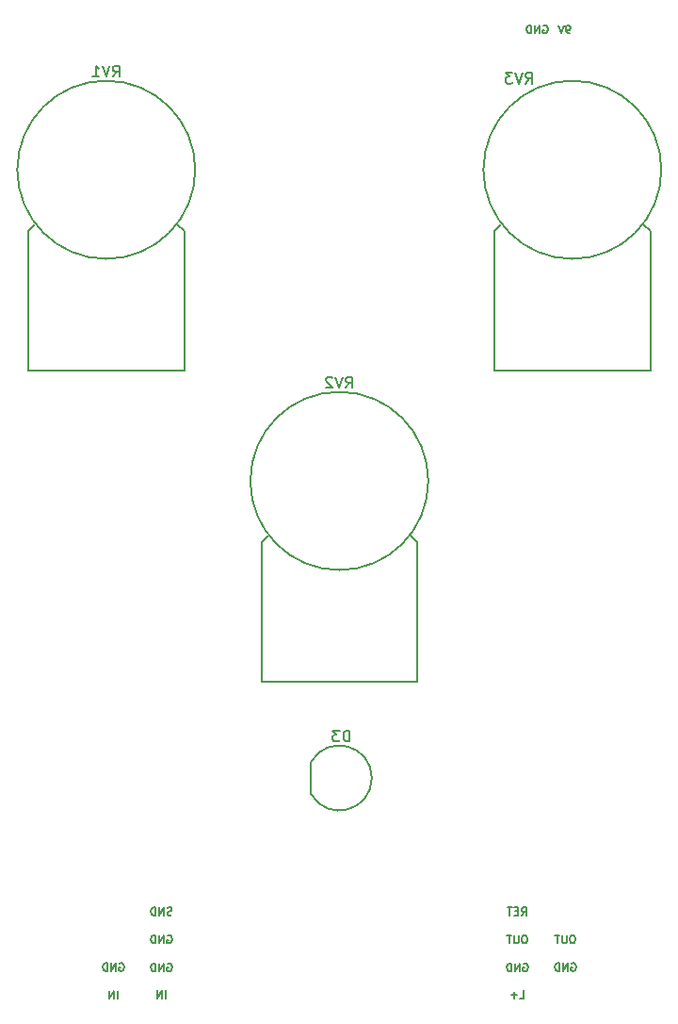
<source format=gbr>
%TF.GenerationSoftware,KiCad,Pcbnew,9.0.2*%
%TF.CreationDate,2025-07-08T13:26:24-05:00*%
%TF.ProjectId,Large Mouse Distortion,4c617267-6520-44d6-9f75-736520446973,rev?*%
%TF.SameCoordinates,Original*%
%TF.FileFunction,Legend,Bot*%
%TF.FilePolarity,Positive*%
%FSLAX46Y46*%
G04 Gerber Fmt 4.6, Leading zero omitted, Abs format (unit mm)*
G04 Created by KiCad (PCBNEW 9.0.2) date 2025-07-08 13:26:24*
%MOMM*%
%LPD*%
G01*
G04 APERTURE LIST*
%ADD10C,0.152400*%
%ADD11C,0.150000*%
%ADD12C,0.200000*%
G04 APERTURE END LIST*
D10*
X46939200Y35392910D02*
X46803733Y35392910D01*
X46803733Y35392910D02*
X46736000Y35359043D01*
X46736000Y35359043D02*
X46668266Y35291310D01*
X46668266Y35291310D02*
X46634400Y35155843D01*
X46634400Y35155843D02*
X46634400Y34918777D01*
X46634400Y34918777D02*
X46668266Y34783310D01*
X46668266Y34783310D02*
X46736000Y34715577D01*
X46736000Y34715577D02*
X46803733Y34681710D01*
X46803733Y34681710D02*
X46939200Y34681710D01*
X46939200Y34681710D02*
X47006933Y34715577D01*
X47006933Y34715577D02*
X47074666Y34783310D01*
X47074666Y34783310D02*
X47108533Y34918777D01*
X47108533Y34918777D02*
X47108533Y35155843D01*
X47108533Y35155843D02*
X47074666Y35291310D01*
X47074666Y35291310D02*
X47006933Y35359043D01*
X47006933Y35359043D02*
X46939200Y35392910D01*
X46329599Y35392910D02*
X46329599Y34817177D01*
X46329599Y34817177D02*
X46295733Y34749443D01*
X46295733Y34749443D02*
X46261866Y34715577D01*
X46261866Y34715577D02*
X46194133Y34681710D01*
X46194133Y34681710D02*
X46058666Y34681710D01*
X46058666Y34681710D02*
X45990933Y34715577D01*
X45990933Y34715577D02*
X45957066Y34749443D01*
X45957066Y34749443D02*
X45923199Y34817177D01*
X45923199Y34817177D02*
X45923199Y35392910D01*
X45686132Y35392910D02*
X45279732Y35392910D01*
X45482932Y34681710D02*
X45482932Y35392910D01*
X14765866Y32859043D02*
X14833599Y32892910D01*
X14833599Y32892910D02*
X14935199Y32892910D01*
X14935199Y32892910D02*
X15036799Y32859043D01*
X15036799Y32859043D02*
X15104533Y32791310D01*
X15104533Y32791310D02*
X15138399Y32723577D01*
X15138399Y32723577D02*
X15172266Y32588110D01*
X15172266Y32588110D02*
X15172266Y32486510D01*
X15172266Y32486510D02*
X15138399Y32351043D01*
X15138399Y32351043D02*
X15104533Y32283310D01*
X15104533Y32283310D02*
X15036799Y32215577D01*
X15036799Y32215577D02*
X14935199Y32181710D01*
X14935199Y32181710D02*
X14867466Y32181710D01*
X14867466Y32181710D02*
X14765866Y32215577D01*
X14765866Y32215577D02*
X14731999Y32249443D01*
X14731999Y32249443D02*
X14731999Y32486510D01*
X14731999Y32486510D02*
X14867466Y32486510D01*
X14427199Y32181710D02*
X14427199Y32892910D01*
X14427199Y32892910D02*
X14020799Y32181710D01*
X14020799Y32181710D02*
X14020799Y32892910D01*
X13682132Y32181710D02*
X13682132Y32892910D01*
X13682132Y32892910D02*
X13512799Y32892910D01*
X13512799Y32892910D02*
X13411199Y32859043D01*
X13411199Y32859043D02*
X13343466Y32791310D01*
X13343466Y32791310D02*
X13309599Y32723577D01*
X13309599Y32723577D02*
X13275732Y32588110D01*
X13275732Y32588110D02*
X13275732Y32486510D01*
X13275732Y32486510D02*
X13309599Y32351043D01*
X13309599Y32351043D02*
X13343466Y32283310D01*
X13343466Y32283310D02*
X13411199Y32215577D01*
X13411199Y32215577D02*
X13512799Y32181710D01*
X13512799Y32181710D02*
X13682132Y32181710D01*
X10278533Y29701710D02*
X10278533Y30412910D01*
X9939866Y29701710D02*
X9939866Y30412910D01*
X9939866Y30412910D02*
X9533466Y29701710D01*
X9533466Y29701710D02*
X9533466Y30412910D01*
X14596533Y29761710D02*
X14596533Y30472910D01*
X14257866Y29761710D02*
X14257866Y30472910D01*
X14257866Y30472910D02*
X13851466Y29761710D01*
X13851466Y29761710D02*
X13851466Y30472910D01*
X15155333Y37215577D02*
X15053733Y37181710D01*
X15053733Y37181710D02*
X14884400Y37181710D01*
X14884400Y37181710D02*
X14816666Y37215577D01*
X14816666Y37215577D02*
X14782800Y37249443D01*
X14782800Y37249443D02*
X14748933Y37317177D01*
X14748933Y37317177D02*
X14748933Y37384910D01*
X14748933Y37384910D02*
X14782800Y37452643D01*
X14782800Y37452643D02*
X14816666Y37486510D01*
X14816666Y37486510D02*
X14884400Y37520377D01*
X14884400Y37520377D02*
X15019866Y37554243D01*
X15019866Y37554243D02*
X15087600Y37588110D01*
X15087600Y37588110D02*
X15121466Y37621977D01*
X15121466Y37621977D02*
X15155333Y37689710D01*
X15155333Y37689710D02*
X15155333Y37757443D01*
X15155333Y37757443D02*
X15121466Y37825177D01*
X15121466Y37825177D02*
X15087600Y37859043D01*
X15087600Y37859043D02*
X15019866Y37892910D01*
X15019866Y37892910D02*
X14850533Y37892910D01*
X14850533Y37892910D02*
X14748933Y37859043D01*
X14444133Y37181710D02*
X14444133Y37892910D01*
X14444133Y37892910D02*
X14037733Y37181710D01*
X14037733Y37181710D02*
X14037733Y37892910D01*
X13699066Y37181710D02*
X13699066Y37892910D01*
X13699066Y37892910D02*
X13529733Y37892910D01*
X13529733Y37892910D02*
X13428133Y37859043D01*
X13428133Y37859043D02*
X13360400Y37791310D01*
X13360400Y37791310D02*
X13326533Y37723577D01*
X13326533Y37723577D02*
X13292666Y37588110D01*
X13292666Y37588110D02*
X13292666Y37486510D01*
X13292666Y37486510D02*
X13326533Y37351043D01*
X13326533Y37351043D02*
X13360400Y37283310D01*
X13360400Y37283310D02*
X13428133Y37215577D01*
X13428133Y37215577D02*
X13529733Y37181710D01*
X13529733Y37181710D02*
X13699066Y37181710D01*
X51087866Y32879043D02*
X51155599Y32912910D01*
X51155599Y32912910D02*
X51257199Y32912910D01*
X51257199Y32912910D02*
X51358799Y32879043D01*
X51358799Y32879043D02*
X51426533Y32811310D01*
X51426533Y32811310D02*
X51460399Y32743577D01*
X51460399Y32743577D02*
X51494266Y32608110D01*
X51494266Y32608110D02*
X51494266Y32506510D01*
X51494266Y32506510D02*
X51460399Y32371043D01*
X51460399Y32371043D02*
X51426533Y32303310D01*
X51426533Y32303310D02*
X51358799Y32235577D01*
X51358799Y32235577D02*
X51257199Y32201710D01*
X51257199Y32201710D02*
X51189466Y32201710D01*
X51189466Y32201710D02*
X51087866Y32235577D01*
X51087866Y32235577D02*
X51053999Y32269443D01*
X51053999Y32269443D02*
X51053999Y32506510D01*
X51053999Y32506510D02*
X51189466Y32506510D01*
X50749199Y32201710D02*
X50749199Y32912910D01*
X50749199Y32912910D02*
X50342799Y32201710D01*
X50342799Y32201710D02*
X50342799Y32912910D01*
X50004132Y32201710D02*
X50004132Y32912910D01*
X50004132Y32912910D02*
X49834799Y32912910D01*
X49834799Y32912910D02*
X49733199Y32879043D01*
X49733199Y32879043D02*
X49665466Y32811310D01*
X49665466Y32811310D02*
X49631599Y32743577D01*
X49631599Y32743577D02*
X49597732Y32608110D01*
X49597732Y32608110D02*
X49597732Y32506510D01*
X49597732Y32506510D02*
X49631599Y32371043D01*
X49631599Y32371043D02*
X49665466Y32303310D01*
X49665466Y32303310D02*
X49733199Y32235577D01*
X49733199Y32235577D02*
X49834799Y32201710D01*
X49834799Y32201710D02*
X50004132Y32201710D01*
X51257200Y35412910D02*
X51121733Y35412910D01*
X51121733Y35412910D02*
X51054000Y35379043D01*
X51054000Y35379043D02*
X50986266Y35311310D01*
X50986266Y35311310D02*
X50952400Y35175843D01*
X50952400Y35175843D02*
X50952400Y34938777D01*
X50952400Y34938777D02*
X50986266Y34803310D01*
X50986266Y34803310D02*
X51054000Y34735577D01*
X51054000Y34735577D02*
X51121733Y34701710D01*
X51121733Y34701710D02*
X51257200Y34701710D01*
X51257200Y34701710D02*
X51324933Y34735577D01*
X51324933Y34735577D02*
X51392666Y34803310D01*
X51392666Y34803310D02*
X51426533Y34938777D01*
X51426533Y34938777D02*
X51426533Y35175843D01*
X51426533Y35175843D02*
X51392666Y35311310D01*
X51392666Y35311310D02*
X51324933Y35379043D01*
X51324933Y35379043D02*
X51257200Y35412910D01*
X50647599Y35412910D02*
X50647599Y34837177D01*
X50647599Y34837177D02*
X50613733Y34769443D01*
X50613733Y34769443D02*
X50579866Y34735577D01*
X50579866Y34735577D02*
X50512133Y34701710D01*
X50512133Y34701710D02*
X50376666Y34701710D01*
X50376666Y34701710D02*
X50308933Y34735577D01*
X50308933Y34735577D02*
X50275066Y34769443D01*
X50275066Y34769443D02*
X50241199Y34837177D01*
X50241199Y34837177D02*
X50241199Y35412910D01*
X50004132Y35412910D02*
X49597732Y35412910D01*
X49800932Y34701710D02*
X49800932Y35412910D01*
X10447866Y32879043D02*
X10515599Y32912910D01*
X10515599Y32912910D02*
X10617199Y32912910D01*
X10617199Y32912910D02*
X10718799Y32879043D01*
X10718799Y32879043D02*
X10786533Y32811310D01*
X10786533Y32811310D02*
X10820399Y32743577D01*
X10820399Y32743577D02*
X10854266Y32608110D01*
X10854266Y32608110D02*
X10854266Y32506510D01*
X10854266Y32506510D02*
X10820399Y32371043D01*
X10820399Y32371043D02*
X10786533Y32303310D01*
X10786533Y32303310D02*
X10718799Y32235577D01*
X10718799Y32235577D02*
X10617199Y32201710D01*
X10617199Y32201710D02*
X10549466Y32201710D01*
X10549466Y32201710D02*
X10447866Y32235577D01*
X10447866Y32235577D02*
X10413999Y32269443D01*
X10413999Y32269443D02*
X10413999Y32506510D01*
X10413999Y32506510D02*
X10549466Y32506510D01*
X10109199Y32201710D02*
X10109199Y32912910D01*
X10109199Y32912910D02*
X9702799Y32201710D01*
X9702799Y32201710D02*
X9702799Y32912910D01*
X9364132Y32201710D02*
X9364132Y32912910D01*
X9364132Y32912910D02*
X9194799Y32912910D01*
X9194799Y32912910D02*
X9093199Y32879043D01*
X9093199Y32879043D02*
X9025466Y32811310D01*
X9025466Y32811310D02*
X8991599Y32743577D01*
X8991599Y32743577D02*
X8957732Y32608110D01*
X8957732Y32608110D02*
X8957732Y32506510D01*
X8957732Y32506510D02*
X8991599Y32371043D01*
X8991599Y32371043D02*
X9025466Y32303310D01*
X9025466Y32303310D02*
X9093199Y32235577D01*
X9093199Y32235577D02*
X9194799Y32201710D01*
X9194799Y32201710D02*
X9364132Y32201710D01*
X48547866Y117080043D02*
X48615599Y117113910D01*
X48615599Y117113910D02*
X48717199Y117113910D01*
X48717199Y117113910D02*
X48818799Y117080043D01*
X48818799Y117080043D02*
X48886533Y117012310D01*
X48886533Y117012310D02*
X48920399Y116944577D01*
X48920399Y116944577D02*
X48954266Y116809110D01*
X48954266Y116809110D02*
X48954266Y116707510D01*
X48954266Y116707510D02*
X48920399Y116572043D01*
X48920399Y116572043D02*
X48886533Y116504310D01*
X48886533Y116504310D02*
X48818799Y116436577D01*
X48818799Y116436577D02*
X48717199Y116402710D01*
X48717199Y116402710D02*
X48649466Y116402710D01*
X48649466Y116402710D02*
X48547866Y116436577D01*
X48547866Y116436577D02*
X48513999Y116470443D01*
X48513999Y116470443D02*
X48513999Y116707510D01*
X48513999Y116707510D02*
X48649466Y116707510D01*
X48209199Y116402710D02*
X48209199Y117113910D01*
X48209199Y117113910D02*
X47802799Y116402710D01*
X47802799Y116402710D02*
X47802799Y117113910D01*
X47464132Y116402710D02*
X47464132Y117113910D01*
X47464132Y117113910D02*
X47294799Y117113910D01*
X47294799Y117113910D02*
X47193199Y117080043D01*
X47193199Y117080043D02*
X47125466Y117012310D01*
X47125466Y117012310D02*
X47091599Y116944577D01*
X47091599Y116944577D02*
X47057732Y116809110D01*
X47057732Y116809110D02*
X47057732Y116707510D01*
X47057732Y116707510D02*
X47091599Y116572043D01*
X47091599Y116572043D02*
X47125466Y116504310D01*
X47125466Y116504310D02*
X47193199Y116436577D01*
X47193199Y116436577D02*
X47294799Y116402710D01*
X47294799Y116402710D02*
X47464132Y116402710D01*
X46600533Y37181710D02*
X46837600Y37520377D01*
X47006933Y37181710D02*
X47006933Y37892910D01*
X47006933Y37892910D02*
X46736000Y37892910D01*
X46736000Y37892910D02*
X46668267Y37859043D01*
X46668267Y37859043D02*
X46634400Y37825177D01*
X46634400Y37825177D02*
X46600533Y37757443D01*
X46600533Y37757443D02*
X46600533Y37655843D01*
X46600533Y37655843D02*
X46634400Y37588110D01*
X46634400Y37588110D02*
X46668267Y37554243D01*
X46668267Y37554243D02*
X46736000Y37520377D01*
X46736000Y37520377D02*
X47006933Y37520377D01*
X46295733Y37554243D02*
X46058667Y37554243D01*
X45957067Y37181710D02*
X46295733Y37181710D01*
X46295733Y37181710D02*
X46295733Y37892910D01*
X46295733Y37892910D02*
X45957067Y37892910D01*
X45753866Y37892910D02*
X45347466Y37892910D01*
X45550666Y37181710D02*
X45550666Y37892910D01*
X46769866Y32859043D02*
X46837599Y32892910D01*
X46837599Y32892910D02*
X46939199Y32892910D01*
X46939199Y32892910D02*
X47040799Y32859043D01*
X47040799Y32859043D02*
X47108533Y32791310D01*
X47108533Y32791310D02*
X47142399Y32723577D01*
X47142399Y32723577D02*
X47176266Y32588110D01*
X47176266Y32588110D02*
X47176266Y32486510D01*
X47176266Y32486510D02*
X47142399Y32351043D01*
X47142399Y32351043D02*
X47108533Y32283310D01*
X47108533Y32283310D02*
X47040799Y32215577D01*
X47040799Y32215577D02*
X46939199Y32181710D01*
X46939199Y32181710D02*
X46871466Y32181710D01*
X46871466Y32181710D02*
X46769866Y32215577D01*
X46769866Y32215577D02*
X46735999Y32249443D01*
X46735999Y32249443D02*
X46735999Y32486510D01*
X46735999Y32486510D02*
X46871466Y32486510D01*
X46431199Y32181710D02*
X46431199Y32892910D01*
X46431199Y32892910D02*
X46024799Y32181710D01*
X46024799Y32181710D02*
X46024799Y32892910D01*
X45686132Y32181710D02*
X45686132Y32892910D01*
X45686132Y32892910D02*
X45516799Y32892910D01*
X45516799Y32892910D02*
X45415199Y32859043D01*
X45415199Y32859043D02*
X45347466Y32791310D01*
X45347466Y32791310D02*
X45313599Y32723577D01*
X45313599Y32723577D02*
X45279732Y32588110D01*
X45279732Y32588110D02*
X45279732Y32486510D01*
X45279732Y32486510D02*
X45313599Y32351043D01*
X45313599Y32351043D02*
X45347466Y32283310D01*
X45347466Y32283310D02*
X45415199Y32215577D01*
X45415199Y32215577D02*
X45516799Y32181710D01*
X45516799Y32181710D02*
X45686132Y32181710D01*
X14765866Y35359043D02*
X14833599Y35392910D01*
X14833599Y35392910D02*
X14935199Y35392910D01*
X14935199Y35392910D02*
X15036799Y35359043D01*
X15036799Y35359043D02*
X15104533Y35291310D01*
X15104533Y35291310D02*
X15138399Y35223577D01*
X15138399Y35223577D02*
X15172266Y35088110D01*
X15172266Y35088110D02*
X15172266Y34986510D01*
X15172266Y34986510D02*
X15138399Y34851043D01*
X15138399Y34851043D02*
X15104533Y34783310D01*
X15104533Y34783310D02*
X15036799Y34715577D01*
X15036799Y34715577D02*
X14935199Y34681710D01*
X14935199Y34681710D02*
X14867466Y34681710D01*
X14867466Y34681710D02*
X14765866Y34715577D01*
X14765866Y34715577D02*
X14731999Y34749443D01*
X14731999Y34749443D02*
X14731999Y34986510D01*
X14731999Y34986510D02*
X14867466Y34986510D01*
X14427199Y34681710D02*
X14427199Y35392910D01*
X14427199Y35392910D02*
X14020799Y34681710D01*
X14020799Y34681710D02*
X14020799Y35392910D01*
X13682132Y34681710D02*
X13682132Y35392910D01*
X13682132Y35392910D02*
X13512799Y35392910D01*
X13512799Y35392910D02*
X13411199Y35359043D01*
X13411199Y35359043D02*
X13343466Y35291310D01*
X13343466Y35291310D02*
X13309599Y35223577D01*
X13309599Y35223577D02*
X13275732Y35088110D01*
X13275732Y35088110D02*
X13275732Y34986510D01*
X13275732Y34986510D02*
X13309599Y34851043D01*
X13309599Y34851043D02*
X13343466Y34783310D01*
X13343466Y34783310D02*
X13411199Y34715577D01*
X13411199Y34715577D02*
X13512799Y34681710D01*
X13512799Y34681710D02*
X13682132Y34681710D01*
X46448133Y29761710D02*
X46786799Y29761710D01*
X46786799Y29761710D02*
X46786799Y30472910D01*
X46211066Y30032643D02*
X45669200Y30032643D01*
X45940133Y29761710D02*
X45940133Y30303577D01*
X50946266Y116402710D02*
X50810799Y116402710D01*
X50810799Y116402710D02*
X50743066Y116436577D01*
X50743066Y116436577D02*
X50709199Y116470443D01*
X50709199Y116470443D02*
X50641466Y116572043D01*
X50641466Y116572043D02*
X50607599Y116707510D01*
X50607599Y116707510D02*
X50607599Y116978443D01*
X50607599Y116978443D02*
X50641466Y117046177D01*
X50641466Y117046177D02*
X50675332Y117080043D01*
X50675332Y117080043D02*
X50743066Y117113910D01*
X50743066Y117113910D02*
X50878532Y117113910D01*
X50878532Y117113910D02*
X50946266Y117080043D01*
X50946266Y117080043D02*
X50980132Y117046177D01*
X50980132Y117046177D02*
X51013999Y116978443D01*
X51013999Y116978443D02*
X51013999Y116809110D01*
X51013999Y116809110D02*
X50980132Y116741377D01*
X50980132Y116741377D02*
X50946266Y116707510D01*
X50946266Y116707510D02*
X50878532Y116673643D01*
X50878532Y116673643D02*
X50743066Y116673643D01*
X50743066Y116673643D02*
X50675332Y116707510D01*
X50675332Y116707510D02*
X50641466Y116741377D01*
X50641466Y116741377D02*
X50607599Y116809110D01*
X50404399Y117113910D02*
X50167333Y116402710D01*
X50167333Y116402710D02*
X49930266Y117113910D01*
D11*
X31159697Y52795180D02*
X31159697Y53795180D01*
X31159697Y53795180D02*
X30921602Y53795180D01*
X30921602Y53795180D02*
X30778745Y53747561D01*
X30778745Y53747561D02*
X30683507Y53652323D01*
X30683507Y53652323D02*
X30635888Y53557085D01*
X30635888Y53557085D02*
X30588269Y53366609D01*
X30588269Y53366609D02*
X30588269Y53223752D01*
X30588269Y53223752D02*
X30635888Y53033276D01*
X30635888Y53033276D02*
X30683507Y52938038D01*
X30683507Y52938038D02*
X30778745Y52842800D01*
X30778745Y52842800D02*
X30921602Y52795180D01*
X30921602Y52795180D02*
X31159697Y52795180D01*
X30254935Y53795180D02*
X29635888Y53795180D01*
X29635888Y53795180D02*
X29969221Y53414228D01*
X29969221Y53414228D02*
X29826364Y53414228D01*
X29826364Y53414228D02*
X29731126Y53366609D01*
X29731126Y53366609D02*
X29683507Y53318990D01*
X29683507Y53318990D02*
X29635888Y53223752D01*
X29635888Y53223752D02*
X29635888Y52985657D01*
X29635888Y52985657D02*
X29683507Y52890419D01*
X29683507Y52890419D02*
X29731126Y52842800D01*
X29731126Y52842800D02*
X29826364Y52795180D01*
X29826364Y52795180D02*
X30112078Y52795180D01*
X30112078Y52795180D02*
X30207316Y52842800D01*
X30207316Y52842800D02*
X30254935Y52890419D01*
X46975638Y111889380D02*
X47308971Y112365571D01*
X47547066Y111889380D02*
X47547066Y112889380D01*
X47547066Y112889380D02*
X47166114Y112889380D01*
X47166114Y112889380D02*
X47070876Y112841761D01*
X47070876Y112841761D02*
X47023257Y112794142D01*
X47023257Y112794142D02*
X46975638Y112698904D01*
X46975638Y112698904D02*
X46975638Y112556047D01*
X46975638Y112556047D02*
X47023257Y112460809D01*
X47023257Y112460809D02*
X47070876Y112413190D01*
X47070876Y112413190D02*
X47166114Y112365571D01*
X47166114Y112365571D02*
X47547066Y112365571D01*
X46689923Y112889380D02*
X46356590Y111889380D01*
X46356590Y111889380D02*
X46023257Y112889380D01*
X45785161Y112889380D02*
X45166114Y112889380D01*
X45166114Y112889380D02*
X45499447Y112508428D01*
X45499447Y112508428D02*
X45356590Y112508428D01*
X45356590Y112508428D02*
X45261352Y112460809D01*
X45261352Y112460809D02*
X45213733Y112413190D01*
X45213733Y112413190D02*
X45166114Y112317952D01*
X45166114Y112317952D02*
X45166114Y112079857D01*
X45166114Y112079857D02*
X45213733Y111984619D01*
X45213733Y111984619D02*
X45261352Y111937000D01*
X45261352Y111937000D02*
X45356590Y111889380D01*
X45356590Y111889380D02*
X45642304Y111889380D01*
X45642304Y111889380D02*
X45737542Y111937000D01*
X45737542Y111937000D02*
X45785161Y111984619D01*
X30821238Y84545180D02*
X31154571Y85021371D01*
X31392666Y84545180D02*
X31392666Y85545180D01*
X31392666Y85545180D02*
X31011714Y85545180D01*
X31011714Y85545180D02*
X30916476Y85497561D01*
X30916476Y85497561D02*
X30868857Y85449942D01*
X30868857Y85449942D02*
X30821238Y85354704D01*
X30821238Y85354704D02*
X30821238Y85211847D01*
X30821238Y85211847D02*
X30868857Y85116609D01*
X30868857Y85116609D02*
X30916476Y85068990D01*
X30916476Y85068990D02*
X31011714Y85021371D01*
X31011714Y85021371D02*
X31392666Y85021371D01*
X30535523Y85545180D02*
X30202190Y84545180D01*
X30202190Y84545180D02*
X29868857Y85545180D01*
X29583142Y85449942D02*
X29535523Y85497561D01*
X29535523Y85497561D02*
X29440285Y85545180D01*
X29440285Y85545180D02*
X29202190Y85545180D01*
X29202190Y85545180D02*
X29106952Y85497561D01*
X29106952Y85497561D02*
X29059333Y85449942D01*
X29059333Y85449942D02*
X29011714Y85354704D01*
X29011714Y85354704D02*
X29011714Y85259466D01*
X29011714Y85259466D02*
X29059333Y85116609D01*
X29059333Y85116609D02*
X29630761Y84545180D01*
X29630761Y84545180D02*
X29011714Y84545180D01*
X9866238Y112485180D02*
X10199571Y112961371D01*
X10437666Y112485180D02*
X10437666Y113485180D01*
X10437666Y113485180D02*
X10056714Y113485180D01*
X10056714Y113485180D02*
X9961476Y113437561D01*
X9961476Y113437561D02*
X9913857Y113389942D01*
X9913857Y113389942D02*
X9866238Y113294704D01*
X9866238Y113294704D02*
X9866238Y113151847D01*
X9866238Y113151847D02*
X9913857Y113056609D01*
X9913857Y113056609D02*
X9961476Y113008990D01*
X9961476Y113008990D02*
X10056714Y112961371D01*
X10056714Y112961371D02*
X10437666Y112961371D01*
X9580523Y113485180D02*
X9247190Y112485180D01*
X9247190Y112485180D02*
X8913857Y113485180D01*
X8056714Y112485180D02*
X8628142Y112485180D01*
X8342428Y112485180D02*
X8342428Y113485180D01*
X8342428Y113485180D02*
X8437666Y113342323D01*
X8437666Y113342323D02*
X8532904Y113247085D01*
X8532904Y113247085D02*
X8628142Y113199466D01*
D12*
%TO.C,D3*%
X27697210Y48070000D02*
X27697210Y50990000D01*
X27697206Y50990000D02*
G75*
G02*
X27697206Y48070000I2528794J-1460000D01*
G01*
%TO.C,RV3*%
X44181000Y86140000D02*
X44181000Y98640000D01*
X44781000Y99240000D02*
X44181000Y98640000D01*
X58181000Y98640000D02*
X57581000Y99240000D01*
X58181000Y86140000D02*
X44181000Y86140000D01*
X58181000Y86140000D02*
X58181000Y98640000D01*
X59181000Y104140000D02*
G75*
G02*
X43181000Y104140000I-8000000J0D01*
G01*
X43181000Y104140000D02*
G75*
G02*
X59181000Y104140000I8000000J0D01*
G01*
%TO.C,RV2*%
X23226000Y58200000D02*
X23226000Y70700000D01*
X23826000Y71300000D02*
X23226000Y70700000D01*
X37226000Y70700000D02*
X36626000Y71300000D01*
X37226000Y58200000D02*
X23226000Y58200000D01*
X37226000Y58200000D02*
X37226000Y70700000D01*
X38226000Y76200000D02*
G75*
G02*
X22226000Y76200000I-8000000J0D01*
G01*
X22226000Y76200000D02*
G75*
G02*
X38226000Y76200000I8000000J0D01*
G01*
%TO.C,RV1*%
X2271000Y86140000D02*
X2271000Y98640000D01*
X2871000Y99240000D02*
X2271000Y98640000D01*
X16271000Y98640000D02*
X15671000Y99240000D01*
X16271000Y86140000D02*
X2271000Y86140000D01*
X16271000Y86140000D02*
X16271000Y98640000D01*
X17271000Y104140000D02*
G75*
G02*
X1271000Y104140000I-8000000J0D01*
G01*
X1271000Y104140000D02*
G75*
G02*
X17271000Y104140000I8000000J0D01*
G01*
%TD*%
M02*

</source>
